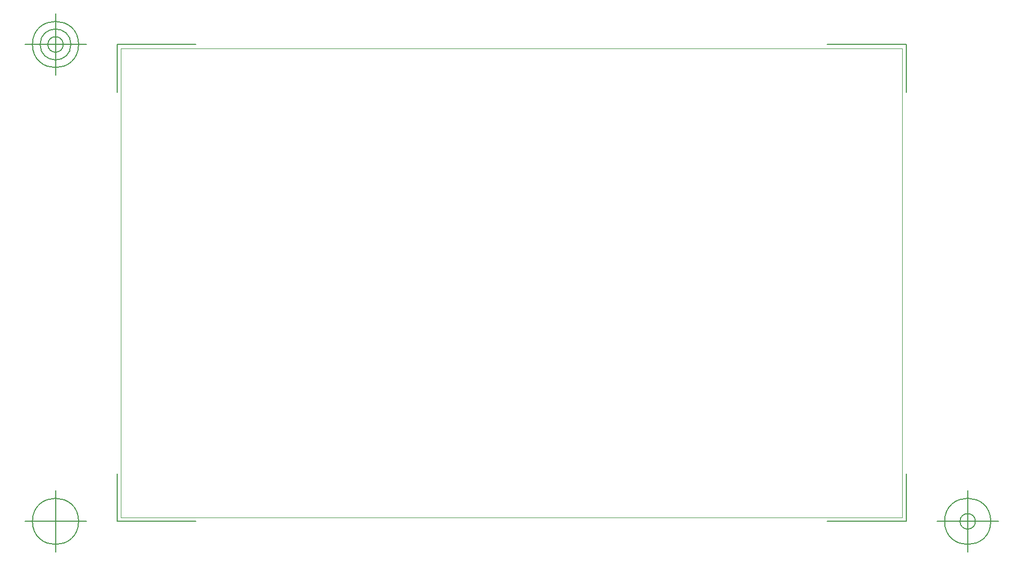
<source format=gbr>
G04 Generated by Ultiboard 12.0 *
%FSLAX25Y25*%
%MOIN*%

%ADD10C,0.00001*%
%ADD11C,0.00004*%
%ADD12C,0.00500*%


G04 ColorRGB 00FFFF for the following layer *
%LNBoard Outline*%
%LPD*%
G54D10*
G54D11*
X0Y0D02*
X500000Y0D01*
X500000Y300000D01*
X0Y300000D01*
X0Y0D01*
G54D12*
X-2500Y-2500D02*
X-2500Y28000D01*
X-2500Y-2500D02*
X48000Y-2500D01*
X502500Y-2500D02*
X452000Y-2500D01*
X502500Y-2500D02*
X502500Y28000D01*
X502500Y302500D02*
X502500Y272000D01*
X502500Y302500D02*
X452000Y302500D01*
X-2500Y302500D02*
X48000Y302500D01*
X-2500Y302500D02*
X-2500Y272000D01*
X-22185Y-2500D02*
X-61555Y-2500D01*
X-41870Y-22185D02*
X-41870Y17185D01*
X-56634Y-2500D02*
G75*
D01*
G02X-56634Y-2500I14764J0*
G01*
X522185Y-2500D02*
X561555Y-2500D01*
X541870Y-22185D02*
X541870Y17185D01*
X527106Y-2500D02*
G75*
D01*
G02X527106Y-2500I14764J0*
G01*
X536949Y-2500D02*
G75*
D01*
G02X536949Y-2500I4921J0*
G01*
X-22185Y302500D02*
X-61555Y302500D01*
X-41870Y282815D02*
X-41870Y322185D01*
X-56634Y302500D02*
G75*
D01*
G02X-56634Y302500I14764J0*
G01*
X-51713Y302500D02*
G75*
D01*
G02X-51713Y302500I9843J0*
G01*
X-46791Y302500D02*
G75*
D01*
G02X-46791Y302500I4921J0*
G01*

M00*

</source>
